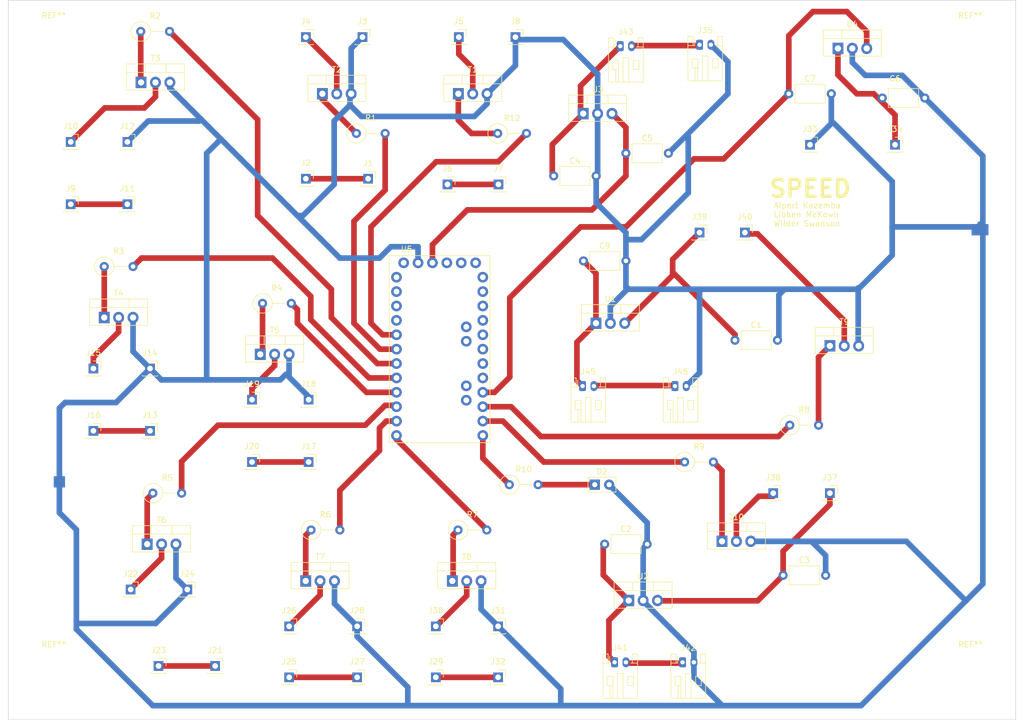
<source format=kicad_pcb>
(kicad_pcb (version 20221018) (generator pcbnew)

  (general
    (thickness 1.6)
  )

  (paper "A")
  (title_block
    (title "Platform Board Attempt 1")
    (date "2023-12-28")
    (rev "0")
  )

  (layers
    (0 "F.Cu" signal)
    (31 "B.Cu" signal)
    (32 "B.Adhes" user "B.Adhesive")
    (33 "F.Adhes" user "F.Adhesive")
    (34 "B.Paste" user)
    (35 "F.Paste" user)
    (36 "B.SilkS" user "B.Silkscreen")
    (37 "F.SilkS" user "F.Silkscreen")
    (38 "B.Mask" user)
    (39 "F.Mask" user)
    (40 "Dwgs.User" user "User.Drawings")
    (41 "Cmts.User" user "User.Comments")
    (42 "Eco1.User" user "User.Eco1")
    (43 "Eco2.User" user "User.Eco2")
    (44 "Edge.Cuts" user)
    (45 "Margin" user)
    (46 "B.CrtYd" user "B.Courtyard")
    (47 "F.CrtYd" user "F.Courtyard")
    (48 "B.Fab" user)
    (49 "F.Fab" user)
    (50 "User.1" user)
    (51 "User.2" user)
    (52 "User.3" user)
    (53 "User.4" user)
    (54 "User.5" user)
    (55 "User.6" user)
    (56 "User.7" user)
    (57 "User.8" user)
    (58 "User.9" user)
  )

  (setup
    (stackup
      (layer "F.SilkS" (type "Top Silk Screen"))
      (layer "F.Paste" (type "Top Solder Paste"))
      (layer "F.Mask" (type "Top Solder Mask") (thickness 0.01))
      (layer "F.Cu" (type "copper") (thickness 0.035))
      (layer "dielectric 1" (type "core") (thickness 1.51) (material "FR4") (epsilon_r 4.5) (loss_tangent 0.02))
      (layer "B.Cu" (type "copper") (thickness 0.035))
      (layer "B.Mask" (type "Bottom Solder Mask") (thickness 0.01))
      (layer "B.Paste" (type "Bottom Solder Paste"))
      (layer "B.SilkS" (type "Bottom Silk Screen"))
      (copper_finish "None")
      (dielectric_constraints no)
    )
    (pad_to_mask_clearance 0)
    (pcbplotparams
      (layerselection 0x00010fc_ffffffff)
      (plot_on_all_layers_selection 0x0000000_00000000)
      (disableapertmacros false)
      (usegerberextensions false)
      (usegerberattributes true)
      (usegerberadvancedattributes true)
      (creategerberjobfile true)
      (dashed_line_dash_ratio 12.000000)
      (dashed_line_gap_ratio 3.000000)
      (svgprecision 4)
      (plotframeref false)
      (viasonmask false)
      (mode 1)
      (useauxorigin false)
      (hpglpennumber 1)
      (hpglpenspeed 20)
      (hpglpendiameter 15.000000)
      (dxfpolygonmode true)
      (dxfimperialunits true)
      (dxfusepcbnewfont true)
      (psnegative false)
      (psa4output false)
      (plotreference true)
      (plotvalue true)
      (plotinvisibletext false)
      (sketchpadsonfab false)
      (subtractmaskfromsilk false)
      (outputformat 1)
      (mirror false)
      (drillshape 0)
      (scaleselection 1)
      (outputdirectory "./fab/")
    )
  )

  (net 0 "")
  (net 1 "Net-(J39-Pin_1)")
  (net 2 "Net-(J37-Pin_1)")
  (net 3 "Net-(U3-VO)")
  (net 4 "+9V")
  (net 5 "Net-(J1-Pin_1)")
  (net 6 "Net-(J5-Pin_1)")
  (net 7 "Net-(J6-Pin_1)")
  (net 8 "Net-(J11-Pin_1)")
  (net 9 "Net-(J10-Pin_1)")
  (net 10 "Net-(J13-Pin_1)")
  (net 11 "Net-(J15-Pin_1)")
  (net 12 "Net-(J17-Pin_1)")
  (net 13 "Net-(J19-Pin_1)")
  (net 14 "Net-(J21-Pin_1)")
  (net 15 "Net-(J22-Pin_1)")
  (net 16 "Net-(J25-Pin_1)")
  (net 17 "Net-(J26-Pin_1)")
  (net 18 "Net-(J29-Pin_1)")
  (net 19 "Net-(J30-Pin_1)")
  (net 20 "Net-(J38-Pin_1)")
  (net 21 "Net-(J40-Pin_1)")
  (net 22 "Net-(R1-Pad1)")
  (net 23 "Net-(U5-D3)")
  (net 24 "Net-(R2-Pad1)")
  (net 25 "Net-(U5-D4)")
  (net 26 "Net-(R3-Pad1)")
  (net 27 "Net-(U5-D5)")
  (net 28 "Net-(R4-Pad1)")
  (net 29 "Net-(U5-D6)")
  (net 30 "Net-(R5-Pad1)")
  (net 31 "Net-(U5-D7)")
  (net 32 "Net-(R6-Pad1)")
  (net 33 "Net-(U5-D8)")
  (net 34 "Net-(R7-Pad1)")
  (net 35 "Net-(U5-D9)")
  (net 36 "Net-(U5-MISO)")
  (net 37 "Net-(R8-Pad2)")
  (net 38 "Net-(U5-MOSI)")
  (net 39 "Net-(R9-Pad2)")
  (net 40 "Net-(U5-D10)")
  (net 41 "Net-(R12-Pad1)")
  (net 42 "Net-(J4-Pin_1)")
  (net 43 "unconnected-(U5-TXO_2-PadJP7_12)")
  (net 44 "unconnected-(U5-RXI_2-PadJP7_11)")
  (net 45 "unconnected-(U5-RST_2-PadJP7_10)")
  (net 46 "unconnected-(U5-A0-PadJP6_8)")
  (net 47 "unconnected-(U5-A1-PadJP6_7)")
  (net 48 "unconnected-(U5-A2-PadJP6_6)")
  (net 49 "unconnected-(U5-A3-PadJP6_5)")
  (net 50 "unconnected-(U5-VCC_1-PadJP6_4)")
  (net 51 "unconnected-(U5-RST_1-PadJP6_3)")
  (net 52 "unconnected-(U5-RAW-PadJP6_1)")
  (net 53 "unconnected-(U5-A6-PadJP3_1)")
  (net 54 "unconnected-(U5-A7-PadJP3_2)")
  (net 55 "unconnected-(U5-A5-PadJP2_2)")
  (net 56 "unconnected-(U5-A4-PadJP2_1)")
  (net 57 "unconnected-(U5-RXI-PadJP1_3)")
  (net 58 "unconnected-(U5-TXO-PadJP1_2)")
  (net 59 "unconnected-(U5-DTR-PadJP1_1)")
  (net 60 "Earth")
  (net 61 "Net-(U4-VO)")
  (net 62 "unconnected-(U5-GND_2-PadJP7_9)")
  (net 63 "unconnected-(U5-GND_1-PadJP6_2)")
  (net 64 "Net-(U5-D2)")
  (net 65 "Net-(D2-K)")
  (net 66 "Net-(J43-Pin_1)")
  (net 67 "Net-(J35-Pin_1)")
  (net 68 "Net-(J41-Pin_1)")
  (net 69 "Net-(J45-Pin_1)")
  (net 70 "Net-(J41-Pin_2)")
  (net 71 "Net-(J45-Pin_2)")

  (footprint "Connector_PinSocket_2.54mm:PinSocket_1x01_P2.54mm_Vertical" (layer "F.Cu") (at 28 91))

  (footprint "Connector_JST:JST_PH_S2B-PH-K_1x02_P2.00mm_Horizontal" (layer "F.Cu") (at 132 131.85))

  (footprint "Connector_PinSocket_2.54mm:PinSocket_1x01_P2.54mm_Vertical" (layer "F.Cu") (at 65.5 46.5))

  (footprint "Connector_PinSocket_2.54mm:PinSocket_1x01_P2.54mm_Vertical" (layer "F.Cu") (at 102.5 21.5))

  (footprint "Resistor_THT:R_Axial_DIN0309_L9.0mm_D3.2mm_P5.08mm_Vertical" (layer "F.Cu") (at 99.36 38.5))

  (footprint "Package_TO_SOT_THT:TO-220-3_Vertical" (layer "F.Cu") (at 159.42 23.5))

  (footprint "Connector_PinSocket_2.54mm:PinSocket_1x01_P2.54mm_Vertical" (layer "F.Cu") (at 44.58 119))

  (footprint "Connector_PinSocket_2.54mm:PinSocket_1x01_P2.54mm_Vertical" (layer "F.Cu") (at 88.44 134.5))

  (footprint "Connector_PinSocket_2.54mm:PinSocket_1x01_P2.54mm_Vertical" (layer "F.Cu") (at 74.56 125.5))

  (footprint "Package_TO_SOT_THT:TO-220-3_Vertical" (layer "F.Cu") (at 37.5 111))

  (footprint "Connector_PinSocket_2.54mm:PinSocket_1x01_P2.54mm_Vertical" (layer "F.Cu") (at 49.5 132.5))

  (footprint "Connector_PinSocket_2.54mm:PinSocket_1x01_P2.54mm_Vertical" (layer "F.Cu") (at 76.5 46.5))

  (footprint "Package_TO_SOT_THT:TO-220-3_Vertical" (layer "F.Cu") (at 122.5 120.945))

  (footprint "Package_TO_SOT_THT:TO-220-3_Vertical" (layer "F.Cu") (at 116.71 72))

  (footprint "Package_TO_SOT_THT:TO-220-3_Vertical" (layer "F.Cu") (at 68.42 31.5))

  (footprint "Connector_PinSocket_2.54mm:PinSocket_1x01_P2.54mm_Vertical" (layer "F.Cu") (at 92.5 21.5))

  (footprint "Resistor_THT:R_Axial_DIN0309_L9.0mm_D3.2mm_P5.08mm_Vertical" (layer "F.Cu") (at 57.86 68.5))

  (footprint "Connector_PinSocket_2.54mm:PinSocket_1x01_P2.54mm_Vertical" (layer "F.Cu") (at 158 102))

  (footprint "Connector_PinSocket_2.54mm:PinSocket_1x01_P2.54mm_Vertical" (layer "F.Cu") (at 62.56 125.5))

  (footprint "Package_TO_SOT_THT:TO-220-3_Vertical" (layer "F.Cu") (at 91.36 117.5))

  (footprint "Resistor_THT:R_Axial_DIN0309_L9.0mm_D3.2mm_P5.08mm_Vertical" (layer "F.Cu") (at 150.92 90))

  (footprint "Connector_PinSocket_2.54mm:PinSocket_1x01_P2.54mm_Vertical" (layer "F.Cu") (at 38 80))

  (footprint "Package_TO_SOT_THT:TO-220-3_Vertical" (layer "F.Cu") (at 92.42 31.5))

  (footprint "Resistor_THT:R_Axial_DIN0309_L9.0mm_D3.2mm_P5.08mm_Vertical" (layer "F.Cu") (at 36.36 20.5))

  (footprint "Capacitor_THT:C_Axial_L5.1mm_D3.1mm_P7.50mm_Horizontal" (layer "F.Cu") (at 118.25 111))

  (footprint "MountingHole:MountingHole_4.3mm_M4" (layer "F.Cu") (at 21 23))

  (footprint "Connector_PinSocket_2.54mm:PinSocket_1x01_P2.54mm_Vertical" (layer "F.Cu") (at 56 96.5))

  (footprint "Connector_PinSocket_2.54mm:PinSocket_1x01_P2.54mm_Vertical" (layer "F.Cu") (at 154.5 40.5))

  (footprint "Capacitor_THT:C_Axial_L5.1mm_D3.1mm_P7.50mm_Horizontal" (layer "F.Cu") (at 122 42))

  (footprint "Connector_JST:JST_PH_S2B-PH-K_1x02_P2.00mm_Horizontal" (layer "F.Cu") (at 121 23.1))

  (footprint "Connector_PinSocket_2.54mm:PinSocket_1x01_P2.54mm_Vertical" (layer "F.Cu") (at 90.5 47.5))

  (footprint "Capacitor_THT:C_Axial_L5.1mm_D3.1mm_P7.50mm_Horizontal" (layer "F.Cu") (at 109.25 46))

  (footprint "LED_THT:LED_D2.0mm_W4.8mm_H2.5mm_FlatTop" (layer "F.Cu") (at 116.5 100.5))

  (footprint "Connector_PinSocket_2.54mm:PinSocket_1x01_P2.54mm_Vertical" (layer "F.Cu") (at 99.44 134.5))

  (footprint "Resistor_THT:R_Axial_DIN0309_L9.0mm_D3.2mm_P5.08mm_Vertical" (layer "F.Cu") (at 38.5 102))

  (footprint "Connector_PinSocket_2.54mm:PinSocket_1x01_P2.54mm_Vertical" (layer "F.Cu") (at 65.5 21.5))

  (footprint "Resistor_THT:R_Axial_DIN0309_L9.0mm_D3.2mm_P5.08mm_Vertical" (layer "F.Cu") (at 74.42 38.5))

  (footprint "Connector_PinSocket_2.54mm:PinSocket_1x01_P2.54mm_Vertical" (layer "F.Cu") (at 39.5 132.5))

  (footprint "MountingHole:MountingHole_4.3mm_M4" (layer "F.Cu") (at 182.8 134))

  (footprint "Connector_PinSocket_2.54mm:PinSocket_1x01_P2.54mm_Vertical" (layer "F.Cu") (at 62.56 134.5))

  (footprint "Capacitor_THT:C_Axial_L5.1mm_D3.1mm_P7.50mm_Horizontal" (layer "F.Cu") (at 149.75 116.5))

  (footprint "Connector_PinSocket_2.54mm:PinSocket_1x01_P2.54mm_Vertical" (layer "F.Cu") (at 75.5 21.5))

  (footprint "Connector_PinSocket_2.54mm:PinSocket_1x01_P2.54mm_Vertical" (layer "F.Cu") (at 28 80))

  (footprint "Connector_PinSocket_2.54mm:PinSocket_1x01_P2.54mm_Vertical" (layer "F.Cu") (at 99.44 125.5))

  (footprint "Package_TO_SOT_THT:TO-220-3_Vertical" (layer "F.Cu") (at 29.92 71))

  (footprint "Resistor_THT:R_Axial_DIN0309_L9.0mm_D3.2mm_P5.08mm_Vertical" (layer "F.Cu") (at 29.92 62))

  (footprint "Connector_PinSocket_2.54mm:PinSocket_1x01_P2.54mm_Vertical" (layer "F.Cu") (at 66 96.5))

  (footprint "Resistor_THT:R_Axial_DIN0309_L9.0mm_D3.2mm_P5.08mm_Vertical" (layer "F.Cu") (at 132.36 96.5))

  (footprint "Connector_PinSocket_2.54mm:PinSocket_1x01_P2.54mm_Vertical" (layer "F.Cu") (at 24 40))

  (footprint "Capacitor_THT:C_Axial_L5.1mm_D3.1mm_P7.50mm_Horizontal" (layer "F.Cu")
    (tstamp 8ff72fe3-ec63-4867-85f1-7ecbdfb3326f)
    (at 150.75 31.5)
    (descr "C, Axial series, Axial, Horizontal, pin pitch=7.5mm, , length*diameter=5.1*3.1mm^2, http://www.vishay.com/docs/45231/arseries.pdf")
    (tags "C Axial series Axial Horizontal pin pitch 7.5mm  length 5.1mm diameter 3.1mm")
    (property "Sheetfile" "PlatformBoard.kicad_sch")
    (property "Sheetname" "")
    (property "ki_description" "Unpolarized capacitor")
    (property "ki_keywords" "cap capacitor")
    (path "/0ab72d91-416a-41f5-b0cc-3541fe7c543d")
    (attr through_hole)
    (fp_text reference "C7" (at 3.75 -2.67) (layer "F.SilkS")
        (effects (font (size 1 1) (thickness 0.15)))
      (tstamp 1707215e-5bfd-43ec-adcd-7a243c953c86)
    )
    (fp_text value "C" (at 3.75 2.67) (layer "F.Fab")
        (effects (font (size 1 1) (thickness 0.15)))
      (tstamp 21afa544-fe38-4400-b584-b31b4b40fc75)
    )
    (fp_text user "${REFERENCE}" (at 3.75 0) (layer "F.Fab")
        (effects (font (size 1 1) (thickness 0.15)))
      (tstamp 1617be9a-27af-4912-851f-7c62107b4f9e)
    )
    (fp_line (start 1.04 0) (end 1.08 0)
      (stroke (width 0.12) (type solid)) (layer "F.SilkS") (tstamp d3a068d4-610b-401e-a39c-8401ef70fcd4))
    (fp_line (start 1.08 -1.67) (end 1.08 1.67)
      (stroke (width 0.12) (type solid)) (layer "F.SilkS") (tstamp 1033aaab-e46f-4058-8e85-f6c00333b1bb))
    (fp_line (start 1.08 1.67) (end 6.42 1.67)
      (stroke (width 0.12) (type solid)) (layer "F.SilkS") (tstamp d343b7cf-f1d7-4e37-ae28-c14ec2179269))
    (fp_line (start 6.42 -1.67) (end 1.08 -1.67)
      (stroke (width 0.12) (type solid)) (layer "F.SilkS") (tstamp c2682469-40f5-472b-baef-1850a724af70))
    (fp_line (start 6.42 1.67) (end 6.42 -1.67)
      (stroke (width 0.12) (type solid)) (layer "F.SilkS") (tstamp 8b13b152-9000-4589-a356-5d72adaa653f))
    (fp_line (start 6.46 0) (end 6.42 0)
      (stroke (width 0.12) (type solid)) (layer "F.SilkS") (tstamp f551996b-c0c8-4502-980f-67ccaa6856c0))
    (fp_line (start -1.05 -1.8) (end -1.05 1.8)
      (stroke (width 0.05) (type solid)) (layer "F.CrtYd") (tstamp b375b316-30c7-4201-b4c7-ce8cb8229b8b))
    (fp_line (start -1.05 1.8) (end 8.55 1.8)
      (stroke (width 0.05) (type solid)) (layer "F.CrtYd") (tstamp c8f65c56-b0cd-401d-b0aa-a1d5ac58bf30))
    (fp_line (start 8.55 -1.8) (end -1.05 -1.8)
      (stroke (width 0.05) (type solid)) (layer "F.CrtYd") (tstamp f6742849-84e4-4bf6-9123-8e04e610739f))
    (fp_line (start 8.55 1.8) (end 8.55 -1.8)
      (stroke (width 0.05) (type solid)) (layer "F.CrtYd") (tstamp 12446051-e37c-4c52-870a-2054f9439a5a))
    (fp_line (start 0 0) (end 1.2 0)
      (stroke (width 0.1) (type solid)) (layer "F.Fab") (tstamp 596ac729-0711-429a-9f26-611eb68ba2cb))
    (fp_line (start 1.2 -1.55) (end 1.2 1.55)
      (stroke (width 0.1) (type solid)) (layer "F.Fab") (tstamp ce16e538-a678-4290-8ba1-27f295536eb9))
    (fp_line (start 1.2 1.55) (end 6.3 1.55)
      (stroke (width 0.1) (type solid)) (layer "F.Fab") (tstamp 9e0151b9-058c-42f9-bc83-fdab8dc09bbc))
    (fp_line (start 6.3 -1.55) (end 1.2 -1.55)
      (stroke (width 0.1) (type solid)) (layer "F.Fab") (tstamp 6a3d40fc-11ba-4a52-9737-a6e0a9b1de3a))
    (fp_line (start 6.3 1.55) (end 6.3 -1.55)
      (stroke (width 0.1) (type solid)) (layer "F.Fab") (tstamp a1c61d1c-1093-40cc-a9c6-90c6eb260082))
    (fp_line (start 7.5 0) (end 6.3 0)
      (stroke (width 0.1) (type solid)) (layer "F.Fab") (tstamp 180605f8-fdc2-41d7-9477-31c3cb2c952f))
    (pad "1" thru_hole circle (at 0 0) (size 1.6 1.6) (drill 0.8) (layers "*.Cu" "*.Mask")
      (net 61 "Net-(U4-VO)") (pintype "passive") (tstamp 9568dd8f-0d09-4d94-81a1-3d745c2f72ca))
 
... [187936 chars truncated]
</source>
